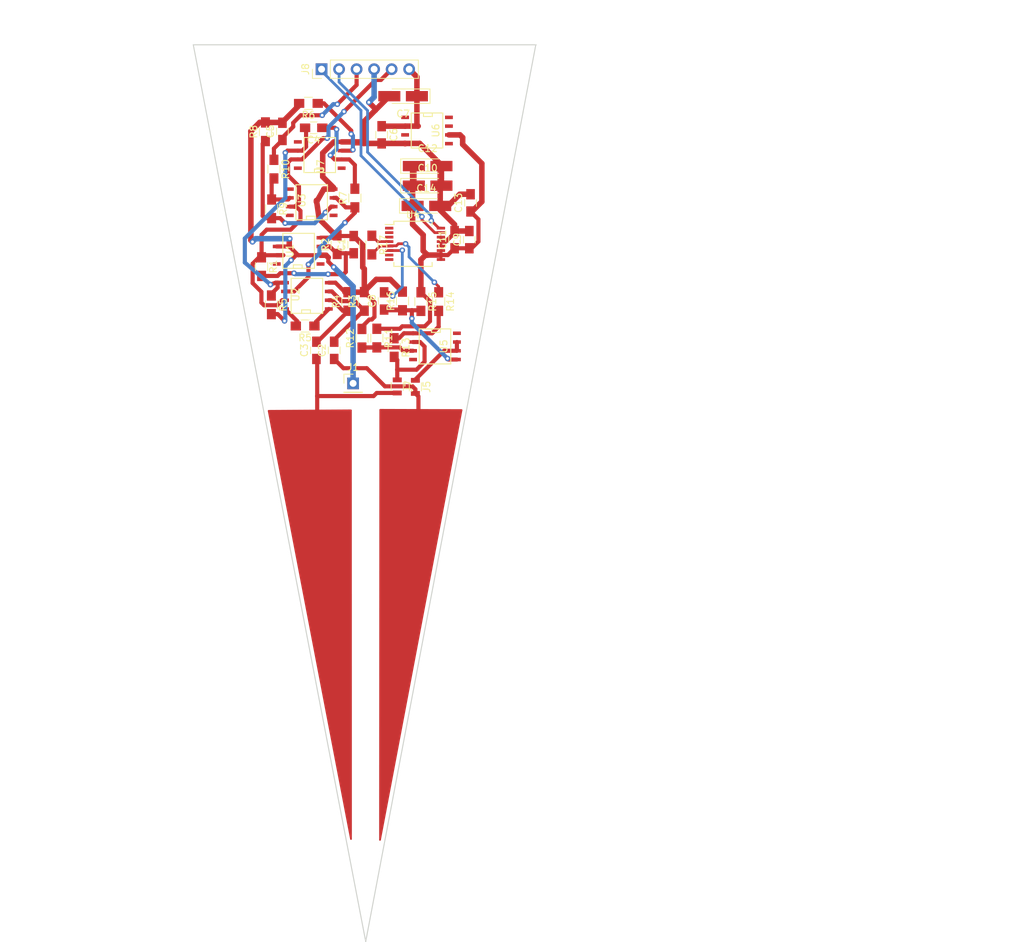
<source format=kicad_pcb>
(kicad_pcb (version 20170123) (host pcbnew no-vcs-found)
  (layers (0 F.Cu signal) (31 B.Cu signal) (34 B.Paste user) (35 F.Paste user) (36 B.SilkS user) (37 F.SilkS user) (38 B.Mask user) (39 F.Mask user) (44 Edge.Cuts user))
  (net 0 "")
  (net 1 "Net-(C1-Pad1)")
  (net 2 GND)
  (net 3 "Net-(C2-Pad2)")
  (net 4 "Net-(C3-Pad2)")
  (net 5 "Net-(C4-Pad2)")
  (net 6 "Net-(C4-Pad1)")
  (net 7 /620_OUT)
  (net 8 /AGND)
  (net 9 +5V)
  (net 10 "Net-(C8-Pad2)")
  (net 11 "Net-(C8-Pad1)")
  (net 12 VDD)
  (net 13 "Net-(J2-Pad1)")
  (net 14 "Net-(J3-Pad1)")
  (net 15 /5933_OUT)
  (net 16 /5933_IN)
  (net 17 /SDA)
  (net 18 /SCL)
  (net 19 VDDA)
  (net 20 "Net-(R5-Pad1)")
  (net 21 "Net-(R5-Pad2)")
  (net 22 "Net-(R6-Pad1)")
  (net 23 "Net-(R7-Pad1)")
  (net 24 "Net-(R8-Pad1)")
  (net 25 "Net-(R10-Pad2)")
  (net 26 "Net-(R11-Pad2)")
  (net 27 "Net-(R13-Pad1)")
  (net 28 "Net-(R14-Pad1)")
  (net 29 "Net-(R17-Pad1)")
  (net 30 "Net-(U4-Pad1)")
  (net 31 "Net-(U4-Pad2)")
  (net 32 "Net-(U4-Pad3)")
  (net 33 "Net-(U4-Pad7)")
  (net 34 "Net-(U4-Pad8)")
  (net 35 "Net-(U6-Pad8)")
  (net 36 "Net-(U6-Pad7)")
  (net 37 "Net-(U6-Pad5)")
  (net 38 "Net-(U6-Pad3)")
  (net 39 "Net-(U6-Pad1)")
  (net 40 "Net-(U1-Pad5)")
  (module Housings_SSOP:SSOP-16_5.3x6.2mm_Pitch0.65mm (layer F.Cu) (at 85.2678 51.4604)
    (fp_text reference U4 (at 0 -4.2) (layer F.SilkS))
    (fp_text value AD5933)
    (pad 1 smd rect (at -3.45 -2.275) (size 1.2 0.4) (layers F.Cu F.Paste F.Mask) (net 30 "Net-(U4-Pad1)"))
    (pad 2 smd rect (at -3.45 -1.625) (size 1.2 0.4) (layers F.Cu F.Paste F.Mask) (net 31 "Net-(U4-Pad2)"))
    (pad 3 smd rect (at -3.45 -0.975) (size 1.2 0.4) (layers F.Cu F.Paste F.Mask) (net 32 "Net-(U4-Pad3)"))
    (pad 4 smd rect (at -3.45 -0.325) (size 1.2 0.4) (layers F.Cu F.Paste F.Mask) (net 29 "Net-(R17-Pad1)"))
    (pad 5 smd rect (at -3.45 0.325) (size 1.2 0.4) (layers F.Cu F.Paste F.Mask) (net 28 "Net-(R14-Pad1)"))
    (pad 6 smd rect (at -3.45 0.975) (size 1.2 0.4) (layers F.Cu F.Paste F.Mask) (net 10 "Net-(C8-Pad2)"))
    (pad 7 smd rect (at -3.45 1.625) (size 1.2 0.4) (layers F.Cu F.Paste F.Mask) (net 33 "Net-(U4-Pad7)"))
    (pad 8 smd rect (at -3.45 2.275) (size 1.2 0.4) (layers F.Cu F.Paste F.Mask) (net 34 "Net-(U4-Pad8)"))
    (pad 9 smd rect (at 4.05 2.275) (size 1.2 0.4) (layers F.Cu F.Paste F.Mask) (net 12 VDD))
    (pad 10 smd rect (at 4.05 1.625) (size 1.2 0.4) (layers F.Cu F.Paste F.Mask) (net 12 VDD))
    (pad 11 smd rect (at 4.05 0.975) (size 1.2 0.4) (layers F.Cu F.Paste F.Mask) (net 12 VDD))
    (pad 12 smd rect (at 4.05 0.325) (size 1.2 0.4) (layers F.Cu F.Paste F.Mask) (net 2 GND))
    (pad 13 smd rect (at 4.05 -0.325) (size 1.2 0.4) (layers F.Cu F.Paste F.Mask) (net 2 GND))
    (pad 14 smd rect (at 4.05 -0.975) (size 1.2 0.4) (layers F.Cu F.Paste F.Mask) (net 2 GND))
    (pad 15 smd rect (at 4.05 -1.625) (size 1.2 0.4) (layers F.Cu F.Paste F.Mask) (net 17 /SDA))
    (pad 16 smd rect (at 4.05 -2.275) (size 1.2 0.4) (layers F.Cu F.Paste F.Mask) (net 18 /SCL))
  )
  (module Resistors_SMD:R_0805_HandSoldering (layer F.Cu) (at 64.7319 60.2996 270)
    (fp_text reference R5 (at 0 -1.7 270) (layer F.SilkS))
    (fp_text value JUMP)
    (pad 2 smd rect (at 1.35 0 270) (size 1.5 1.3) (layers F.Cu F.Paste F.Mask) (net 8 /AGND))
    (pad 1 smd rect (at -1.35 0 270) (size 1.5 1.3) (layers F.Cu F.Paste F.Mask) (net 5 "Net-(C4-Pad2)"))
  )
  (module Resistors_SMD:R_0805 (layer F.Cu) (at 85.6107 72.1995 270)
    (fp_text reference J5 (at 0 -1.65 270) (layer F.SilkS))
    (fp_text value GS2)
    (pad 2 smd rect (at 0.95 0 270) (size 0.7 1.3) (layers F.Cu F.Paste F.Mask) (net 13 "Net-(J2-Pad1)"))
    (pad 1 smd rect (at -0.95 0 270) (size 0.7 1.3) (layers F.Cu F.Paste F.Mask) (net 15 /5933_OUT))
  )
  (module Capacitors_SMD:C_0805_HandSoldering (layer F.Cu) (at 76.6699 51.5747 90)
    (fp_text reference C1 (at 0 -1.75 90) (layer F.SilkS))
    (fp_text value 100N)
    (pad 1 smd rect (at -1.25 0 90) (size 1.5 1.25) (layers F.Cu F.Paste F.Mask) (net 1 "Net-(C1-Pad1)"))
    (pad 2 smd rect (at 1.25 0 90) (size 1.5 1.25) (layers F.Cu F.Paste F.Mask) (net 2 GND))
  )
  (module Capacitors_SMD:C_0805_HandSoldering (layer F.Cu) (at 73.8378 66.9036 90)
    (fp_text reference C2 (at 0 -1.75 90) (layer F.SilkS))
    (fp_text value 10n)
    (pad 1 smd rect (at -1.25 0 90) (size 1.5 1.25) (layers F.Cu F.Paste F.Mask) (net 13 "Net-(J2-Pad1)"))
    (pad 2 smd rect (at 1.25 0 90) (size 1.5 1.25) (layers F.Cu F.Paste F.Mask) (net 4 "Net-(C3-Pad2)"))
  )
  (module Capacitors_SMD:C_0805_HandSoldering (layer F.Cu) (at 71.2597 66.9036 90)
    (fp_text reference C3 (at 0 -1.75 90) (layer F.SilkS))
    (fp_text value 10n)
    (pad 2 smd rect (at 1.25 0 90) (size 1.5 1.25) (layers F.Cu F.Paste F.Mask) (net 3 "Net-(C2-Pad2)"))
    (pad 1 smd rect (at -1.25 0 90) (size 1.5 1.25) (layers F.Cu F.Paste F.Mask) (net 14 "Net-(J3-Pad1)"))
  )
  (module Capacitors_SMD:C_0805_HandSoldering (layer F.Cu) (at 70.866 34.6329 180)
    (fp_text reference C4 (at 0 -1.75 180) (layer F.SilkS))
    (fp_text value 100N)
    (pad 2 smd rect (at 1.25 0 180) (size 1.5 1.25) (layers F.Cu F.Paste F.Mask) (net 5 "Net-(C4-Pad2)"))
    (pad 1 smd rect (at -1.25 0 180) (size 1.5 1.25) (layers F.Cu F.Paste F.Mask) (net 6 "Net-(C4-Pad1)"))
  )
  (module Capacitors_SMD:C_0805_HandSoldering (layer F.Cu) (at 66.3321 35.1536 90)
    (fp_text reference C5 (at 0 -1.75 90) (layer F.SilkS))
    (fp_text value 0.47uF)
    (pad 1 smd rect (at -1.25 0 90) (size 1.5 1.25) (layers F.Cu F.Paste F.Mask) (net 7 /620_OUT))
    (pad 2 smd rect (at 1.25 0 90) (size 1.5 1.25) (layers F.Cu F.Paste F.Mask) (net 8 /AGND))
  )
  (module Capacitors_SMD:C_0805_HandSoldering (layer F.Cu) (at 80.7212 35.6489 270)
    (fp_text reference C6 (at 0 -1.75 270) (layer F.SilkS))
    (fp_text value 100n)
    (pad 2 smd rect (at 1.25 0 270) (size 1.5 1.25) (layers F.Cu F.Paste F.Mask) (net 2 GND))
    (pad 1 smd rect (at -1.25 0 270) (size 1.5 1.25) (layers F.Cu F.Paste F.Mask) (net 9 +5V))
  )
  (module Capacitors_Tantalum_SMD:CP_Tantalum_Case-A_EIA-3216-18_Hand (layer F.Cu) (at 83.8327 30.0482 180)
    (fp_text reference C7 (at 0 -2.55 180) (layer F.SilkS))
    (fp_text value 1uF)
    (pad 2 smd rect (at 2 0 180) (size 3.2 1.5) (layers F.Cu F.Paste F.Mask) (net 2 GND))
    (pad 1 smd rect (at -2 0 180) (size 3.2 1.5) (layers F.Cu F.Paste F.Mask) (net 9 +5V))
  )
  (module Capacitors_SMD:C_0805_HandSoldering (layer F.Cu) (at 81.0768 59.7408 90)
    (fp_text reference C8 (at 0 -1.75 90) (layer F.SilkS))
    (fp_text value 47n)
    (pad 2 smd rect (at 1.25 0 90) (size 1.5 1.25) (layers F.Cu F.Paste F.Mask) (net 10 "Net-(C8-Pad2)"))
    (pad 1 smd rect (at -1.25 0 90) (size 1.5 1.25) (layers F.Cu F.Paste F.Mask) (net 11 "Net-(C8-Pad1)"))
  )
  (module Capacitors_SMD:C_0805_HandSoldering (layer F.Cu) (at 93.4339 50.8508 90)
    (fp_text reference C9 (at 0 -1.75 90) (layer F.SilkS))
    (fp_text value 100n)
    (pad 2 smd rect (at 1.25 0 90) (size 1.5 1.25) (layers F.Cu F.Paste F.Mask) (net 2 GND))
    (pad 1 smd rect (at -1.25 0 90) (size 1.5 1.25) (layers F.Cu F.Paste F.Mask) (net 12 VDD))
  )
  (module Capacitors_Tantalum_SMD:CP_Tantalum_Case-A_EIA-3216-18_Hand (layer F.Cu) (at 87.3887 43.0276)
    (fp_text reference C10 (at 0 -2.55) (layer F.SilkS))
    (fp_text value 1uF)
    (pad 1 smd rect (at -2 0) (size 3.2 1.5) (layers F.Cu F.Paste F.Mask) (net 12 VDD))
    (pad 2 smd rect (at 2 0) (size 3.2 1.5) (layers F.Cu F.Paste F.Mask) (net 2 GND))
  )
  (module Capacitors_SMD:C_0805_HandSoldering (layer F.Cu) (at 91.3003 50.8508 90)
    (fp_text reference C11 (at 0 -1.75 90) (layer F.SilkS))
    (fp_text value 100n)
    (pad 1 smd rect (at -1.25 0 90) (size 1.5 1.25) (layers F.Cu F.Paste F.Mask) (net 12 VDD))
    (pad 2 smd rect (at 1.25 0 90) (size 1.5 1.25) (layers F.Cu F.Paste F.Mask) (net 2 GND))
  )
  (module Capacitors_Tantalum_SMD:CP_Tantalum_Case-A_EIA-3216-18_Hand (layer F.Cu) (at 87.3887 40.1828)
    (fp_text reference C12 (at 0 -2.55) (layer F.SilkS))
    (fp_text value 1uF)
    (pad 2 smd rect (at 2 0) (size 3.2 1.5) (layers F.Cu F.Paste F.Mask) (net 2 GND))
    (pad 1 smd rect (at -2 0) (size 3.2 1.5) (layers F.Cu F.Paste F.Mask) (net 12 VDD))
  )
  (module Capacitors_SMD:C_0805_HandSoldering (layer F.Cu) (at 93.6117 45.5168 90)
    (fp_text reference C13 (at 0 -1.75 90) (layer F.SilkS))
    (fp_text value 100n)
    (pad 1 smd rect (at -1.25 0 90) (size 1.5 1.25) (layers F.Cu F.Paste F.Mask) (net 12 VDD))
    (pad 2 smd rect (at 1.25 0 90) (size 1.5 1.25) (layers F.Cu F.Paste F.Mask) (net 2 GND))
  )
  (module Capacitors_Tantalum_SMD:CP_Tantalum_Case-A_EIA-3216-18_Hand (layer F.Cu) (at 87.2109 45.9613)
    (fp_text reference C14 (at 0 -2.55) (layer F.SilkS))
    (fp_text value 1uF)
    (pad 1 smd rect (at -2 0) (size 3.2 1.5) (layers F.Cu F.Paste F.Mask) (net 12 VDD))
    (pad 2 smd rect (at 2 0) (size 3.2 1.5) (layers F.Cu F.Paste F.Mask) (net 2 GND))
  )
  (module Socket_Strips:Socket_Strip_Straight_1x01_Pitch2.54mm (layer F.Cu) (at 76.581 71.6915)
    (fp_text reference J1 (at 0 -2.33) (layer F.SilkS))
    (fp_text value Conn_01x01)
    (pad 1 thru_hole rect (at 0 0) (size 1.7 1.7) (drill 1) (layers *.Cu *.Mask) (net 8 /AGND))
  )
  (module Resistors_SMD:R_0805 (layer F.Cu) (at 82.9818 72.136 270)
    (fp_text reference J7 (at 0 -1.65 270) (layer F.SilkS))
    (fp_text value GS2)
    (pad 1 smd rect (at -0.95 0 270) (size 0.7 1.3) (layers F.Cu F.Paste F.Mask) (net 16 /5933_IN))
    (pad 2 smd rect (at 0.95 0 270) (size 0.7 1.3) (layers F.Cu F.Paste F.Mask) (net 14 "Net-(J3-Pad1)"))
  )
  (module Socket_Strips:Socket_Strip_Straight_1x06_Pitch2.54mm (layer F.Cu) (at 72.009 26.1366 90)
    (fp_text reference J8 (at 0 -2.33 90) (layer F.SilkS))
    (fp_text value Conn_01x06)
    (pad 1 thru_hole rect (at 0 0 90) (size 1.7 1.7) (drill 1) (layers *.Cu *.Mask) (net 17 /SDA))
    (pad 2 thru_hole oval (at 0 2.54 90) (size 1.7 1.7) (drill 1) (layers *.Cu *.Mask) (net 18 /SCL))
    (pad 3 thru_hole oval (at 0 5.08 90) (size 1.7 1.7) (drill 1) (layers *.Cu *.Mask) (net 7 /620_OUT))
    (pad 4 thru_hole oval (at 0 7.62 90) (size 1.7 1.7) (drill 1) (layers *.Cu *.Mask) (net 2 GND))
    (pad 5 thru_hole oval (at 0 10.16 90) (size 1.7 1.7) (drill 1) (layers *.Cu *.Mask) (net 19 VDDA))
    (pad 6 thru_hole oval (at 0 12.7 90) (size 1.7 1.7) (drill 1) (layers *.Cu *.Mask) (net 9 +5V))
  )
  (module Resistors_SMD:R_0805_HandSoldering (layer F.Cu) (at 63.3095 54.7624 270)
    (fp_text reference R1 (at 0 -1.7 270) (layer F.SilkS))
    (fp_text value 10K)
    (pad 1 smd rect (at -1.35 0 270) (size 1.5 1.3) (layers F.Cu F.Paste F.Mask) (net 19 VDDA))
    (pad 2 smd rect (at 1.35 0 270) (size 1.5 1.3) (layers F.Cu F.Paste F.Mask) (net 1 "Net-(C1-Pad1)"))
  )
  (module Resistors_SMD:R_0805_HandSoldering (layer F.Cu) (at 74.2696 51.5747 90)
    (fp_text reference R2 (at 0 -1.7 90) (layer F.SilkS))
    (fp_text value 10K)
    (pad 1 smd rect (at -1.35 0 90) (size 1.5 1.3) (layers F.Cu F.Paste F.Mask) (net 1 "Net-(C1-Pad1)"))
    (pad 2 smd rect (at 1.35 0 90) (size 1.5 1.3) (layers F.Cu F.Paste F.Mask) (net 2 GND))
  )
  (module Resistors_SMD:R_0805_HandSoldering (layer F.Cu) (at 78.2066 59.8043 90)
    (fp_text reference R3 (at 0 -1.7 90) (layer F.SilkS))
    (fp_text value 10M)
    (pad 2 smd rect (at 1.35 0 90) (size 1.5 1.3) (layers F.Cu F.Paste F.Mask) (net 2 GND))
    (pad 1 smd rect (at -1.35 0 90) (size 1.5 1.3) (layers F.Cu F.Paste F.Mask) (net 4 "Net-(C3-Pad2)"))
  )
  (module Resistors_SMD:R_0805_HandSoldering (layer F.Cu) (at 75.819 59.817 90)
    (fp_text reference R4 (at 0 -1.7 90) (layer F.SilkS))
    (fp_text value 10M)
    (pad 1 smd rect (at -1.35 0 90) (size 1.5 1.3) (layers F.Cu F.Paste F.Mask) (net 3 "Net-(C2-Pad2)"))
    (pad 2 smd rect (at 1.35 0 90) (size 1.5 1.3) (layers F.Cu F.Paste F.Mask) (net 2 GND))
  )
  (module Resistors_SMD:R_0805_HandSoldering (layer F.Cu) (at 69.6214 63.373 180)
    (fp_text reference R5 (at 0 -1.7 180) (layer F.SilkS))
    (fp_text value 1K)
    (pad 1 smd rect (at -1.35 0 180) (size 1.5 1.3) (layers F.Cu F.Paste F.Mask) (net 20 "Net-(R5-Pad1)"))
    (pad 2 smd rect (at 1.35 0 180) (size 1.5 1.3) (layers F.Cu F.Paste F.Mask) (net 21 "Net-(R5-Pad2)"))
  )
  (module Resistors_SMD:R_0805_HandSoldering (layer F.Cu) (at 70.104 31.0896 180)
    (fp_text reference R6 (at 0 -1.7 180) (layer F.SilkS))
    (fp_text value 200K)
    (pad 2 smd rect (at 1.35 0 180) (size 1.5 1.3) (layers F.Cu F.Paste F.Mask) (net 8 /AGND))
    (pad 1 smd rect (at -1.35 0 180) (size 1.5 1.3) (layers F.Cu F.Paste F.Mask) (net 22 "Net-(R6-Pad1)"))
  )
  (module Resistors_SMD:R_0805_HandSoldering (layer F.Cu) (at 76.835 44.8183 90)
    (fp_text reference R7 (at 0 -1.7 90) (layer F.SilkS))
    (fp_text value 200K)
    (pad 1 smd rect (at -1.35 0 90) (size 1.5 1.3) (layers F.Cu F.Paste F.Mask) (net 23 "Net-(R7-Pad1)"))
    (pad 2 smd rect (at 1.35 0 90) (size 1.5 1.3) (layers F.Cu F.Paste F.Mask) (net 6 "Net-(C4-Pad1)"))
  )
  (module Resistors_SMD:R_0805_HandSoldering (layer F.Cu) (at 63.8683 35.2044 90)
    (fp_text reference R8 (at 0 -1.7 90) (layer F.SilkS))
    (fp_text value 1K)
    (pad 1 smd rect (at -1.35 0 90) (size 1.5 1.3) (layers F.Cu F.Paste F.Mask) (net 24 "Net-(R8-Pad1)"))
    (pad 2 smd rect (at 1.35 0 90) (size 1.5 1.3) (layers F.Cu F.Paste F.Mask) (net 8 /AGND))
  )
  (module Resistors_SMD:R_0805_HandSoldering (layer F.Cu) (at 64.77 46.3804 270)
    (fp_text reference R9 (at 0 -1.7 270) (layer F.SilkS))
    (fp_text value 390K)
    (pad 2 smd rect (at 1.35 0 270) (size 1.5 1.3) (layers F.Cu F.Paste F.Mask) (net 24 "Net-(R8-Pad1)"))
    (pad 1 smd rect (at -1.35 0 270) (size 1.5 1.3) (layers F.Cu F.Paste F.Mask) (net 25 "Net-(R10-Pad2)"))
  )
  (module Resistors_SMD:R_0805_HandSoldering (layer F.Cu) (at 65.1002 40.6273 270)
    (fp_text reference R10 (at 0 -1.7 270) (layer F.SilkS))
    (fp_text value 10K)
    (pad 2 smd rect (at 1.35 0 270) (size 1.5 1.3) (layers F.Cu F.Paste F.Mask) (net 25 "Net-(R10-Pad2)"))
    (pad 1 smd rect (at -1.35 0 270) (size 1.5 1.3) (layers F.Cu F.Paste F.Mask) (net 7 /620_OUT))
  )
  (module Resistors_SMD:R_0805_HandSoldering (layer F.Cu) (at 80.0227 65.1256 270)
    (fp_text reference R11 (at 0 -1.7 270) (layer F.SilkS))
    (fp_text value 47K)
    (pad 2 smd rect (at 1.35 0 270) (size 1.5 1.3) (layers F.Cu F.Paste F.Mask) (net 26 "Net-(R11-Pad2)"))
    (pad 1 smd rect (at -1.35 0 270) (size 1.5 1.3) (layers F.Cu F.Paste F.Mask) (net 12 VDD))
  )
  (module Resistors_SMD:R_0805_HandSoldering (layer F.Cu) (at 77.8637 65.151 90)
    (fp_text reference R12 (at 0 -1.7 90) (layer F.SilkS))
    (fp_text value 47K)
    (pad 1 smd rect (at -1.35 0 90) (size 1.5 1.3) (layers F.Cu F.Paste F.Mask) (net 26 "Net-(R11-Pad2)"))
    (pad 2 smd rect (at 1.35 0 90) (size 1.5 1.3) (layers F.Cu F.Paste F.Mask) (net 2 GND))
  )
  (module Resistors_SMD:R_0805_HandSoldering (layer F.Cu) (at 82.5373 66.4972 270)
    (fp_text reference R13 (at 0 -1.7 270) (layer F.SilkS))
    (fp_text value RFB)
    (pad 1 smd rect (at -1.35 0 270) (size 1.5 1.3) (layers F.Cu F.Paste F.Mask) (net 27 "Net-(R13-Pad1)"))
    (pad 2 smd rect (at 1.35 0 270) (size 1.5 1.3) (layers F.Cu F.Paste F.Mask) (net 16 /5933_IN))
  )
  (module Resistors_SMD:R_0805_HandSoldering (layer F.Cu) (at 88.9889 59.8297 270)
    (fp_text reference R14 (at 0 -1.7 270) (layer F.SilkS))
    (fp_text value 22K)
    (pad 2 smd rect (at 1.35 0 270) (size 1.5 1.3) (layers F.Cu F.Paste F.Mask) (net 27 "Net-(R13-Pad1)"))
    (pad 1 smd rect (at -1.35 0 270) (size 1.5 1.3) (layers F.Cu F.Paste F.Mask) (net 28 "Net-(R14-Pad1)"))
  )
  (module Resistors_SMD:R_0805_HandSoldering (layer F.Cu) (at 86.4108 59.8297 270)
    (fp_text reference R15 (at 0 -1.7 270) (layer F.SilkS))
    (fp_text value 47K)
    (pad 1 smd rect (at -1.35 0 270) (size 1.5 1.3) (layers F.Cu F.Paste F.Mask) (net 12 VDD))
    (pad 2 smd rect (at 1.35 0 270) (size 1.5 1.3) (layers F.Cu F.Paste F.Mask) (net 11 "Net-(C8-Pad1)"))
  )
  (module Resistors_SMD:R_0805_HandSoldering (layer F.Cu) (at 83.7438 59.7408 90)
    (fp_text reference R16 (at 0 -1.7 90) (layer F.SilkS))
    (fp_text value 47K)
    (pad 2 smd rect (at 1.35 0 90) (size 1.5 1.3) (layers F.Cu F.Paste F.Mask) (net 2 GND))
    (pad 1 smd rect (at -1.35 0 90) (size 1.5 1.3) (layers F.Cu F.Paste F.Mask) (net 11 "Net-(C8-Pad1)"))
  )
  (module Resistors_SMD:R_0805_HandSoldering (layer F.Cu) (at 79.2988 51.6382 270)
    (fp_text reference R17 (at 0 -1.7 270) (layer F.SilkS))
    (fp_text value RFB)
    (pad 2 smd rect (at 1.35 0 270) (size 1.5 1.3) (layers F.Cu F.Paste F.Mask) (net 28 "Net-(R14-Pad1)"))
    (pad 1 smd rect (at -1.35 0 270) (size 1.5 1.3) (layers F.Cu F.Paste F.Mask) (net 29 "Net-(R17-Pad1)"))
  )
  (module SMD_Packages:SOIC-8-N (layer F.Cu) (at 68.6816 52.4764 90)
    (fp_text reference U1 (at 0 -1.27 90) (layer F.SilkS))
    (fp_text value OP27)
    (pad 1 smd rect (at -1.905 3.175 90) (size 0.508 1.143) (layers F.Cu F.Paste F.Mask))
    (pad 2 smd rect (at -0.635 3.175 90) (size 0.508 1.143) (layers F.Cu F.Paste F.Mask) (net 8 /AGND))
    (pad 3 smd rect (at 0.635 3.175 90) (size 0.508 1.143) (layers F.Cu F.Paste F.Mask) (net 1 "Net-(C1-Pad1)"))
    (pad 4 smd rect (at 1.905 3.175 90) (size 0.508 1.143) (layers F.Cu F.Paste F.Mask) (net 2 GND))
    (pad 5 smd rect (at 1.905 -3.175 90) (size 0.508 1.143) (layers F.Cu F.Paste F.Mask) (net 40 "Net-(U1-Pad5)"))
    (pad 6 smd rect (at 0.635 -3.175 90) (size 0.508 1.143) (layers F.Cu F.Paste F.Mask) (net 8 /AGND))
    (pad 7 smd rect (at -0.635 -3.175 90) (size 0.508 1.143) (layers F.Cu F.Paste F.Mask) (net 19 VDDA))
    (pad 8 smd rect (at -1.905 -3.175 90) (size 0.508 1.143) (layers F.Cu F.Paste F.Mask))
  )
  (module SMD_Packages:SOIC-8-N (layer F.Cu) (at 69.88175 58.99785 90)
    (fp_text reference U2 (at 0.1778 -1.6002 90) (layer F.SilkS))
    (fp_text value AD620)
    (pad 8 smd rect (at -1.905 -3.175 90) (size 0.508 1.143) (layers F.Cu F.Paste F.Mask) (net 21 "Net-(R5-Pad2)"))
    (pad 7 smd rect (at -0.635 -3.175 90) (size 0.508 1.143) (layers F.Cu F.Paste F.Mask) (net 19 VDDA))
    (pad 6 smd rect (at 0.635 -3.175 90) (size 0.508 1.143) (layers F.Cu F.Paste F.Mask) (net 23 "Net-(R7-Pad1)"))
    (pad 5 smd rect (at 1.905 -3.175 90) (size 0.508 1.143) (layers F.Cu F.Paste F.Mask) (net 5 "Net-(C4-Pad2)"))
    (pad 4 smd rect (at 1.905 3.175 90) (size 0.508 1.143) (layers F.Cu F.Paste F.Mask) (net 2 GND))
    (pad 3 smd rect (at 0.635 3.175 90) (size 0.508 1.143) (layers F.Cu F.Paste F.Mask) (net 4 "Net-(C3-Pad2)"))
    (pad 2 smd rect (at -0.635 3.175 90) (size 0.508 1.143) (layers F.Cu F.Paste F.Mask) (net 3 "Net-(C2-Pad2)"))
    (pad 1 smd rect (at -1.905 3.175 90) (size 0.508 1.143) (layers F.Cu F.Paste F.Mask) (net 20 "Net-(R5-Pad1)"))
  )
  (module SMD_Packages:SOIC-8-N (layer F.Cu) (at 70.5739 45.4279 90)
    (fp_text reference U3 (at 0.264099 -1.4235 90) (layer F.SilkS))
    (fp_text value OP27)
    (pad 8 smd rect (at -1.905 -3.175 90) (size 0.508 1.143) (layers F.Cu F.Paste F.Mask))
    (pad 7 smd rect (at -0.635 -3.175 90) (size 0.508 1.143) (layers F.Cu F.Paste F.Mask) (net 19 VDDA))
    (pad 6 smd rect (at 0.635 -3.175 90) (size 0.508 1.143) (layers F.Cu F.Paste F.Mask) (net 25 "Net-(R10-Pad2)"))
    (pad 5 smd rect (at 1.905 -3.175 90) (size 0.508 1.143) (layers F.Cu F.Paste F.Mask))
    (pad 4 smd rect (at 1.905 3.175 90) (size 0.508 1.143) (layers F.Cu F.Paste F.Mask) (net 2 GND))
    (pad 3 smd rect (at 0.635 3.175 90) (size 0.508 1.143) (layers F.Cu F.Paste F.Mask) (net 23 "Net-(R7-Pad1)"))
    (pad 2 smd rect (at -0.635 3.175 90) (size 0.508 1.143) (layers F.Cu F.Paste F.Mask) (net 24 "Net-(R8-Pad1)"))
    (pad 1 smd rect (at -1.905 3.175 90) (size 0.508 1.143) (layers F.Cu F.Paste F.Mask))
  )
  (module SMD_Packages:SOIC-8-N (layer F.Cu) (at 88.4555 66.3321 270)
    (fp_text reference U5 (at 0 -1.27 270) (layer F.SilkS))
    (fp_text value AD8606)
    (pad 1 smd rect (at -1.905 3.175 270) (size 0.508 1.143) (layers F.Cu F.Paste F.Mask) (net 27 "Net-(R13-Pad1)"))
    (pad 2 smd rect (at -0.635 3.175 270) (size 0.508 1.143) (layers F.Cu F.Paste F.Mask) (net 16 /5933_IN))
    (pad 3 smd rect (at 0.635 3.175 270) (size 0.508 1.143) (layers F.Cu F.Paste F.Mask) (net 26 "Net-(R11-Pad2)"))
    (pad 4 smd rect (at 1.905 3.175 270) (size 0.508 1.143) (layers F.Cu F.Paste F.Mask))
    (pad 5 smd rect (at 1.905 -3.175 270) (size 0.508 1.143) (layers F.Cu F.Paste F.Mask) (net 11 "Net-(C8-Pad1)"))
    (pad 6 smd rect (at 0.635 -3.175 270) (size 0.508 1.143) (layers F.Cu F.Paste F.Mask) (net 15 /5933_OUT))
    (pad 7 smd rect (at -0.635 -3.175 270) (size 0.508 1.143) (layers F.Cu F.Paste F.Mask) (net 15 /5933_OUT))
    (pad 8 smd rect (at -1.905 -3.175 270) (size 0.508 1.143) (layers F.Cu F.Paste F.Mask))
  )
  (module SMD_Packages:SOIC-8-N (layer F.Cu) (at 87.2998 35.0266 270)
    (fp_text reference U6 (at 0 -1.27 270) (layer F.SilkS))
    (fp_text value ADR423)
    (pad 8 smd rect (at -1.905 -3.175 270) (size 0.508 1.143) (layers F.Cu F.Paste F.Mask) (net 35 "Net-(U6-Pad8)"))
    (pad 7 smd rect (at -0.635 -3.175 270) (size 0.508 1.143) (layers F.Cu F.Paste F.Mask) (net 36 "Net-(U6-Pad7)"))
    (pad 6 smd rect (at 0.635 -3.175 270) (size 0.508 1.143) (layers F.Cu F.Paste F.Mask) (net 12 VDD))
    (pad 5 smd rect (at 1.905 -3.175 270) (size 0.508 1.143) (layers F.Cu F.Paste F.Mask) (net 37 "Net-(U6-Pad5)"))
    (pad 4 smd rect (at 1.905 3.175 270) (size 0.508 1.143) (layers F.Cu F.Paste F.Mask) (net 2 GND))
    (pad 3 smd rect (at 0.635 3.175 270) (size 0.508 1.143) (layers F.Cu F.Paste F.Mask) (net 38 "Net-(U6-Pad3)"))
    (pad 2 smd rect (at -0.635 3.175 270) (size 0.508 1.143) (layers F.Cu F.Paste F.Mask) (net 9 +5V))
    (pad 1 smd rect (at -1.905 3.175 270) (size 0.508 1.143) (layers F.Cu F.Paste F.Mask) (net 39 "Net-(U6-Pad1)"))
  )
  (module SMD_Packages:SOIC-8-N (layer F.Cu) (at 71.7423 38.5826 90)
    (fp_text reference U7 (at -1.651 0.127 90) (layer F.SilkS))
    (fp_text value OP27)
    (pad 8 smd rect (at -1.905 -3.175 90) (size 0.508 1.143) (layers F.Cu F.Paste F.Mask))
    (pad 7 smd rect (at -0.635 -3.175 90) (size 0.508 1.143) (layers F.Cu F.Paste F.Mask) (net 19 VDDA))
    (pad 6 smd rect (at 0.635 -3.175 90) (size 0.508 1.143) (layers F.Cu F.Paste F.Mask) (net 5 "Net-(C4-Pad2)"))
    (pad 5 smd rect (at 1.905 -3.175 90) (size 0.508 1.143) (layers F.Cu F.Paste F.Mask))
    (pad 4 smd rect (at 1.905 3.175 90) (size 0.508 1.143) (layers F.Cu F.Paste F.Mask) (net 2 GND))
    (pad 3 smd rect (at 0.635 3.175 90) (size 0.508 1.143) (layers F.Cu F.Paste F.Mask) (net 22 "Net-(R6-Pad1)"))
    (pad 2 smd rect (at -0.635 3.175 90) (size 0.508 1.143) (layers F.Cu F.Paste F.Mask) (net 6 "Net-(C4-Pad1)"))
    (pad 1 smd rect (at -1.905 3.175 90) (size 0.508 1.143) (layers F.Cu F.Paste F.Mask))
  )
  (module earthboot:test_prima (layer F.Cu) (at 78.2574 108.2675)
    (fp_text reference G*** hide)
    (fp_text value LOGO hide)
  )
  (gr_line (start 78.4098 152.6286) (end 53.4035 22.5806) (angle 90) (layer Edge.Cuts) (width 0.15))
  (gr_line (start 103.0732 22.606) (end 78.4098 152.6286) (angle 90) (layer Edge.Cuts) (width 0.15))
  (gr_line (start 53.5178 22.5933) (end 103.124 22.5933) (angle 90) (layer Edge.Cuts) (width 0.15))
  (segment (start 63.3095 56.1124) (end 65.6298 56.1124) (width 0.6) (layer F.Cu) (net 1))
  (segment (start 75.5269 55.5371) (end 75.5269 52.8247) (width 0.6) (layer F.Cu) (net 1))
  (segment (start 75.2094 55.8546) (end 75.5269 55.5371) (width 0.6) (layer F.Cu) (net 1))
  (segment (start 72.9488 55.8546) (end 75.2094 55.8546) (width 0.6) (layer F.Cu) (net 1))
  (via (at 72.9488 55.8546) (size 0.8) (drill 0.4) (layers F.Cu B.Cu) (net 1))
  (segment (start 68.1482 55.8546) (end 72.9488 55.8546) (width 0.6) (layer B.Cu) (net 1))
  (segment (start 68.0085 55.7149) (end 68.1482 55.8546) (width 0.6) (layer B.Cu) (net 1))
  (via (at 68.0085 55.7149) (size 0.8) (drill 0.4) (layers F.Cu B.Cu) (net 1))
  (segment (start 66.0273 55.7149) (end 68.0085 55.7149) (width 0.6) (layer F.Cu) (net 1))
  (segment (start 65.6298 56.1124) (end 66.0273 55.7149) (width 0.6) (layer F.Cu) (net 1))
  (segment (start 71.8566 51.8414) (end 73.1863 51.8414) (width 0.6) (layer F.Cu) (net 1))
  (segment (start 73.1863 51.8414) (end 74.1696 52.8247) (width 0.6) (layer F.Cu) (net 1))
  (segment (start 74.1696 52.8247) (end 75.5269 52.8247) (width 0.6) (layer F.Cu) (net 1))
  (segment (start 75.5269 52.8247) (end 76.6699 52.8247) (width 0.6) (layer F.Cu) (net 1))
  (segment (start 89.3178 50.4854) (end 89.3178 51.1354) (width 0.4) (layer F.Cu) (net 2))
  (segment (start 89.3178 50.4854) (end 89.3178 51.7854) (width 0.4) (layer F.Cu) (net 2))
  (segment (start 89.3178 51.1354) (end 90.0251 51.1354) (width 0.6) (layer F.Cu) (net 2))
  (segment (start 90.0251 51.1354) (end 91.3003 49.8602) (width 0.6) (layer F.Cu) (net 2))
  (segment (start 91.3003 49.8602) (end 91.3003 49.6008) (width 0.6) (layer F.Cu) (net 2))
  (segment (start 80.7212 36.8989) (end 84.0921 36.8989) (width 0.8) (layer F.Cu) (net 2))
  (segment (start 89.3887 40.0492) (end 86.2384 36.8989) (width 0.8) (layer F.Cu) (net 2))
  (segment (start 86.2384 36.8989) (end 84.0921 36.8989) (width 0.8) (layer F.Cu) (net 2))
  (segment (start 84.0921 36.8989) (end 84.1248 36.9316) (width 0.8) (layer F.Cu) (net 2))
  (segment (start 84.0921 36.8989) (end 84.1248 36.9316) (width 0.8) (layer F.Cu) (net 2))
  (segment (start 91.2676 49.6008) (end 91.3003 49.6008) (width 0.8) (layer F.Cu) (net 2))
  (segment (start 74.9173 36.6776) (end 77.8837 36.6776) (width 0.8) (layer F.Cu) (net 2))
  (segment (start 77.8837 36.6776) (end 78.105 36.8989) (width 0.8) (layer F.Cu) (net 2))
  (segment (start 78.105 36.8989) (end 80.7212 36.8989) (width 0.8) (layer F.Cu) (net 2))
  (segment (start 78.2066 58.4543) (end 78.2066 55.0926) (width 0.8) (layer F.Cu) (net 2))
  (segment (start 77.978 51.6328) (end 76.6699 50.3247) (width 0.8) (layer F.Cu) (net 2))
  (segment (start 77.978 54.864) (end 77.978 51.6328) (width 0.8) (layer F.Cu) (net 2))
  (segment (start 78.2066 55.0926) (end 77.978 54.864) (width 0.8) (layer F.Cu) (net 2))
  (segment (start 79.629 26.1366) (end 79.629 30.1752) (width 0.8) (layer B.Cu) (net 2))
  (segment (start 79.79105 31.86125) (end 79.79105 32.08985) (width 0.8) (layer F.Cu) (net 2))
  (segment (start 78.867 30.9372) (end 79.79105 31.86125) (width 0.8) (layer F.Cu) (net 2))
  (via (at 78.867 30.9372) (size 0.8) (drill 0.4) (layers F.Cu B.Cu) (net 2))
  (segment (start 79.629 30.1752) (end 78.867 30.9372) (width 0.8) (layer B.Cu) (net 2))
  (segment (start 89.3887 43.0276) (end 89.3887 40.1828) (width 0.8) (layer F.Cu) (net 2))
  (segment (start 78.105 36.8989) (end 78.105 33.7759) (width 0.8) (layer F.Cu) (net 2))
  (segment (start 78.105 33.7759) (end 79.79105 32.08985) (width 0.8) (layer F.Cu) (net 2))
  (segment (start 79.79105 32.08985) (end 81.8327 30.0482) (width 0.8) (layer F.Cu) (net 2))
  (segment (start 89.3887 40.1828) (end 89.3887 40.0492) (width 0.8) (layer F.Cu) (net 2))
  (segment (start 89.2109 45.9613) (end 89.2109 40.3606) (width 0.8) (layer F.Cu) (net 2))
  (segment (start 89.2109 40.3606) (end 89.3887 40.1828) (width 0.6) (layer F.Cu) (net 2))
  (segment (start 89.2109 45.9613) (end 90.3605 45.9613) (width 0.6) (layer F.Cu) (net 2))
  (segment (start 90.3605 45.9613) (end 92.055 44.2668) (width 0.8) (layer F.Cu) (net 2))
  (segment (start 92.055 44.2668) (end 93.6117 44.2668) (width 0.8) (layer F.Cu) (net 2))
  (segment (start 91.3003 49.6008) (end 91.3003 48.6664) (width 0.6) (layer F.Cu) (net 2))
  (segment (start 91.3003 48.6664) (end 89.2109 46.577) (width 0.8) (layer F.Cu) (net 2))
  (segment (start 89.2109 46.577) (end 89.2109 45.9613) (width 0.6) (layer F.Cu) (net 2))
  (segment (start 78.2066 58.4543) (end 78.2066 58.3438) (width 0.8) (layer F.Cu) (net 2))
  (segment (start 78.2066 58.3438) (end 79.9338 56.6166) (width 0.8) (layer F.Cu) (net 2))
  (segment (start 81.9696 56.6166) (end 83.7438 58.3908) (width 0.8) (layer F.Cu) (net 2))
  (segment (start 79.9338 56.6166) (end 81.9696 56.6166) (width 0.8) (layer F.Cu) (net 2))
  (segment (start 91.3003 49.6008) (end 93.4339 49.6008) (width 0.8) (layer F.Cu) (net 2))
  (segment (start 77.8637 63.801) (end 77.8637 63.5) (width 0.6) (layer F.Cu) (net 2))
  (segment (start 77.8637 63.5) (end 78.9305 62.4332) (width 0.6) (layer F.Cu) (net 2))
  (segment (start 78.9305 62.4332) (end 79.2988 62.4332) (width 0.6) (layer F.Cu) (net 2))
  (segment (start 79.2988 62.4332) (end 79.6798 62.0522) (width 0.6) (layer F.Cu) (net 2))
  (segment (start 79.6798 62.0522) (end 79.6798 59.9275) (width 0.6) (layer F.Cu) (net 2))
  (segment (start 79.6798 59.9275) (end 78.2066 58.4543) (width 0.6) (layer F.Cu) (net 2))
  (segment (start 73.787 36.6776) (end 74.9173 36.6776) (width 0.6) (layer F.Cu) (net 2))
  (segment (start 73.787 36.6776) (end 76.5429 36.6776) (width 0.6) (layer F.Cu) (net 2))
  (segment (start 76.7642 36.8989) (end 76.5429 36.6776) (width 0.6) (layer F.Cu) (net 2))
  (segment (start 78.105 36.8989) (end 76.7642 36.8989) (width 0.6) (layer F.Cu) (net 2))
  (segment (start 80.7212 36.8989) (end 78.105 36.8989) (width 0.6) (layer F.Cu) (net 2))
  (segment (start 72.1741 41.7322) (end 73.7489 43.307) (width 0.8) (layer F.Cu) (net 2))
  (segment (start 73.787 36.6776) (end 72.1741 38.2905) (width 0.8) (layer F.Cu) (net 2))
  (segment (start 72.1741 38.2905) (end 72.1741 41.7322) (width 0.8) (layer F.Cu) (net 2))
  (segment (start 73.7489 43.307) (end 73.7489 43.5229) (width 0.6) (layer F.Cu) (net 2))
  (segment (start 80.4999 36.6776) (end 80.7212 36.8989) (width 0.6) (layer F.Cu) (net 2))
  (segment (start 74.2696 50.2247) (end 74.0372 50.2247) (width 0.6) (layer F.Cu) (net 2))
  (segment (start 74.0372 50.2247) (end 71.6661 47.8536) (width 0.8) (layer F.Cu) (net 2))
  (segment (start 72.3392 43.5229) (end 73.7489 43.5229) (width 0.8) (layer F.Cu) (net 2))
  (segment (start 71.2724 45.38345) (end 72.3392 43.5229) (width 0.8) (layer F.Cu) (net 2))
  (segment (start 71.2724 45.1739) (end 71.2724 45.38345) (width 0.8) (layer F.Cu) (net 2))
  (segment (start 71.6661 47.8536) (end 71.2724 45.1739) (width 0.8) (layer F.Cu) (net 2))
  (segment (start 71.8566 50.5714) (end 73.9229 50.5714) (width 0.6) (layer F.Cu) (net 2))
  (segment (start 73.9229 50.5714) (end 74.1696 50.3247) (width 0.6) (layer F.Cu) (net 2))
  (segment (start 74.1696 50.3247) (end 76.6699 50.3247) (width 0.6) (layer F.Cu) (net 2))
  (segment (start 73.05675 57.09285) (end 74.02195 57.09285) (width 0.6) (layer F.Cu) (net 2))
  (segment (start 74.02195 57.09285) (end 75.3961 58.467) (width 0.6) (layer F.Cu) (net 2))
  (segment (start 75.3961 58.467) (end 78.1939 58.467) (width 0.8) (layer F.Cu) (net 2))
  (segment (start 78.1939 58.467) (end 78.2066 58.4543) (width 0.6) (layer F.Cu) (net 2))
  (segment (start 71.2597 65.6536) (end 71.4175 65.6536) (width 0.6) (layer F.Cu) (net 3))
  (segment (start 71.4175 65.6536) (end 75.819 61.2521) (width 0.6) (layer F.Cu) (net 3))
  (segment (start 75.819 61.2521) (end 75.819 61.167) (width 0.6) (layer F.Cu) (net 3))
  (segment (start 75.819 61.167) (end 75.0989 61.167) (width 0.6) (layer F.Cu) (net 3))
  (segment (start 75.0989 61.167) (end 73.56475 59.63285) (width 0.6) (layer F.Cu) (net 3))
  (segment (start 73.56475 59.63285) (end 73.05675 59.63285) (width 0.6) (layer F.Cu) (net 3))
  (segment (start 71.2597 65.6536) (end 71.5064 65.6536) (width 0.6) (layer F.Cu) (net 3))
  (segment (start 71.2597 65.6536) (end 71.2597 65.4812) (width 0.6) (layer F.Cu) (net 3))
  (segment (start 73.05675 58.36285) (end 73.50125 58.36285) (width 0.6) (layer F.Cu) (net 4))
  (segment (start 73.50125 58.36285) (end 74.9046 59.7662) (width 0.6) (layer F.Cu) (net 4))
  (segment (start 74.9046 59.7662) (end 76.8185 59.7662) (width 0.6) (layer F.Cu) (net 4))
  (segment (start 76.8185 59.7662) (end 78.2066 61.1543) (width 0.6) (layer F.Cu) (net 4))
  (segment (start 73.8378 65.6536) (end 73.8378 65.3923) (width 0.6) (layer F.Cu) (net 4))
  (segment (start 73.8378 65.3923) (end 78.0758 61.1543) (width 0.6) (layer F.Cu) (net 4))
  (segment (start 78.0758 61.1543) (end 78.2066 61.1543) (width 0.6) (layer F.Cu) (net 4))
  (segment (start 73.8378 65.6536) (end 73.9448 65.6536) (width 0.6) (layer F.Cu) (net 4))
  (segment (start 64.7319 58.9496) (end 64.7319 58.7121) (width 0.6) (layer F.Cu) (net 5))
  (segment (start 64.7319 58.7121) (end 65.6336 57.8104) (width 0.6) (layer F.Cu) (net 5))
  (segment (start 65.6336 57.8104) (end 65.6336 57.09285) (width 0.6) (layer F.Cu) (net 5))
  (segment (start 66.70675 57.09285) (end 65.6336 57.09285) (width 0.6) (layer F.Cu) (net 5))
  (segment (start 65.6336 57.09285) (end 65.36055 57.09285) (width 0.6) (layer F.Cu) (net 5))
  (segment (start 67.056 37.9476) (end 68.5673 37.9476) (width 0.6) (layer F.Cu) (net 5))
  (segment (start 66.7512 38.2524) (end 67.056 37.9476) (width 0.6) (layer F.Cu) (net 5))
  (via (at 66.7512 38.2524) (size 0.8) (drill 0.4) (layers F.Cu B.Cu) (net 5))
  (segment (start 66.7512 44.8056) (end 66.7512 38.2524) (width 0.6) (layer B.Cu) (net 5))
  (segment (start 60.8838 50.673) (end 66.7512 44.8056) (width 0.6) (layer B.Cu) (net 5))
  (segment (start 60.8838 54.1782) (end 60.8838 50.673) (width 0.6) (layer B.Cu) (net 5))
  (segment (start 64.5922 57.3659) (end 60.8838 54.1782) (width 0.6) (layer B.Cu) (net 5))
  (via (at 64.5922 57.3659) (size 0.8) (drill 0.4) (layers F.Cu B.Cu) (net 5))
  (segment (start 65.36055 57.09285) (end 64.5922 57.3659) (width 0.6) (layer F.Cu) (net 5))
  (segment (start 68.5673 37.9476) (end 69.2023 37.9476) (width 0.6) (layer F.Cu) (net 5))
  (segment (start 69.7611 37.3888) (end 69.7611 34.778) (width 0.6) (layer F.Cu) (net 5))
  (segment (start 69.2023 37.9476) (end 69.7611 37.3888) (width 0.6) (layer F.Cu) (net 5))
  (segment (start 69.7611 34.778) (end 69.616 34.6329) (width 0.6) (layer F.Cu) (net 5))
  (segment (start 74.9173 39.2176) (end 73.9013 39.2176) (width 0.6) (layer F.Cu) (net 6))
  (segment (start 73.9394 34.6329) (end 72.116 34.6329) (width 0.6) (layer F.Cu) (net 6))
  (segment (start 74.1807 34.8742) (end 73.9394 34.6329) (width 0.6) (layer F.Cu) (net 6))
  (via (at 74.1807 34.8742) (size 0.8) (drill 0.4) (layers F.Cu B.Cu) (net 6))
  (segment (start 74.1807 37.719) (end 74.1807 34.8742) (width 0.6) (layer B.Cu) (net 6))
  (segment (start 73.2917 38.608) (end 74.1807 37.719) (width 0.6) (layer B.Cu) (net 6))
  (via (at 73.2917 38.608) (size 0.8) (drill 0.4) (layers F.Cu B.Cu) (net 6))
  (segment (start 73.9013 39.2176) (end 73.2917 38.608) (width 0.6) (layer F.Cu) (net 6))
  (segment (start 76.835 43.4683) (end 76.835 40.0304) (width 0.6) (layer F.Cu) (net 6))
  (segment (start 76.0222 39.2176) (end 74.9173 39.2176) (width 0.6) (layer F.Cu) (net 6))
  (segment (start 76.835 40.0304) (end 76.0222 39.2176) (width 0.6) (layer F.Cu) (net 6))
  (segment (start 66.3321 36.4036) (end 66.3321 36.0426) (width 0.6) (layer F.Cu) (net 7))
  (segment (start 66.3321 36.0426) (end 67.8942 34.4805) (width 0.6) (layer F.Cu) (net 7))
  (segment (start 77.089 28.4226) (end 77.089 26.1366) (width 0.6) (layer F.Cu) (net 7))
  (segment (start 74.295 31.2166) (end 77.089 28.4226) (width 0.6) (layer F.Cu) (net 7))
  (via (at 74.295 31.2166) (size 0.8) (drill 0.4) (layers F.Cu B.Cu) (net 7))
  (segment (start 73.6981 31.2166) (end 74.295 31.2166) (width 0.6) (layer B.Cu) (net 7))
  (segment (start 72.0979 32.8168) (end 73.6981 31.2166) (width 0.6) (layer B.Cu) (net 7))
  (via (at 72.0979 32.8168) (size 0.8) (drill 0.4) (layers F.Cu B.Cu) (net 7))
  (segment (start 68.9864 32.8168) (end 72.0979 32.8168) (width 0.6) (layer F.Cu) (net 7))
  (segment (start 67.8942 33.909) (end 68.9864 32.8168) (width 0.6) (layer F.Cu) (net 7))
  (segment (start 67.8942 34.4805) (end 67.8942 33.909) (width 0.6) (layer F.Cu) (net 7))
  (segment (start 65.1002 39.2773) (end 65.1002 37.6355) (width 0.6) (layer F.Cu) (net 7))
  (segment (start 65.1002 37.6355) (end 66.3321 36.4036) (width 0.6) (layer F.Cu) (net 7))
  (segment (start 64.7319 61.6496) (end 65.6501 61.6496) (width 0.6) (layer F.Cu) (net 8))
  (segment (start 68.37045 53.05425) (end 68.56095 53.05425) (width 0.6) (layer F.Cu) (net 8))
  (segment (start 67.5894 53.8353) (end 68.37045 53.05425) (width 0.6) (layer F.Cu) (net 8))
  (via (at 67.5894 53.8353) (size 0.8) (drill 0.4) (layers F.Cu B.Cu) (net 8))
  (segment (start 66.7512 54.6735) (end 67.5894 53.8353) (width 0.6) (layer B.Cu) (net 8))
  (segment (start 66.7512 62.5221) (end 66.7512 54.6735) (width 0.6) (layer B.Cu) (net 8))
  (segment (start 66.6369 62.6364) (end 66.7512 62.5221) (width 0.6) (layer B.Cu) (net 8))
  (via (at 66.6369 62.6364) (size 0.8) (drill 0.4) (layers F.Cu B.Cu) (net 8))
  (segment (start 65.6501 61.6496) (end 66.6369 62.6364) (width 0.6) (layer F.Cu) (net 8))
  (segment (start 63.8683 33.8544) (end 63.0339 33.8544) (width 0.8) (layer F.Cu) (net 8))
  (segment (start 63.0339 33.8544) (end 61.7601 35.1282) (width 0.8) (layer F.Cu) (net 8))
  (segment (start 61.7601 35.1282) (end 61.7601 50.9397) (width 0.8) (layer F.Cu) (net 8))
  (segment (start 61.7601 50.9397) (end 61.9887 51.1683) (width 0.8) (layer F.Cu) (net 8))
  (via (at 61.9887 51.1683) (size 0.8) (drill 0.4) (layers F.Cu B.Cu) (net 8))
  (segment (start 61.9887 51.1683) (end 62.4459 50.7111) (width 0.8) (layer B.Cu) (net 8))
  (segment (start 62.4459 50.7111) (end 67.3989 50.7111) (width 0.8) (layer B.Cu) (net 8))
  (via (at 67.3989 50.7111) (size 0.8) (drill 0.4) (layers F.Cu B.Cu) (net 8))
  (segment (start 67.3989 50.7111) (end 67.3227 50.7873) (width 0.8) (layer F.Cu) (net 8))
  (segment (start 67.3227 50.7873) (end 67.3227 51.8414) (width 0.8) (layer F.Cu) (net 8))
  (segment (start 76.581 71.6915) (end 76.581 57.6453) (width 0.8) (layer B.Cu) (net 8))
  (segment (start 76.581 57.6453) (end 73.7616 54.8259) (width 0.8) (layer B.Cu) (net 8))
  (via (at 73.7616 54.8259) (size 0.8) (drill 0.4) (layers F.Cu B.Cu) (net 8))
  (segment (start 73.7616 54.8259) (end 72.9869 54.0512) (width 0.6) (layer F.Cu) (net 8))
  (segment (start 72.9869 54.0512) (end 72.9869 53.4416) (width 0.6) (layer F.Cu) (net 8))
  (segment (start 72.9869 53.4416) (end 72.6567 53.1114) (width 0.8) (layer F.Cu) (net 8))
  (segment (start 72.6567 53.1114) (end 71.8566 53.1114) (width 0.8) (layer F.Cu) (net 8))
  (segment (start 63.8683 33.8544) (end 66.2829 33.8544) (width 0.8) (layer F.Cu) (net 8))
  (segment (start 66.2829 33.8544) (end 68.754 31.3833) (width 0.8) (layer F.Cu) (net 8))
  (segment (start 68.754 31.3833) (end 68.754 31.0896) (width 0.6) (layer F.Cu) (net 8))
  (segment (start 65.5066 51.8414) (end 67.3227 51.8414) (width 0.6) (layer F.Cu) (net 8))
  (segment (start 67.3227 51.8414) (end 67.3481 51.8414) (width 0.6) (layer F.Cu) (net 8))
  (segment (start 67.3481 51.8414) (end 68.56095 53.05425) (width 0.6) (layer F.Cu) (net 8))
  (segment (start 68.56095 53.05425) (end 68.6181 53.1114) (width 0.6) (layer F.Cu) (net 8))
  (segment (start 68.6181 53.1114) (end 71.8566 53.1114) (width 0.6) (layer F.Cu) (net 8))
  (segment (start 80.7212 34.3989) (end 84.1175 34.3989) (width 0.8) (layer F.Cu) (net 9))
  (segment (start 84.1248 34.3916) (end 86.0044 34.3916) (width 0.8) (layer F.Cu) (net 9))
  (segment (start 86.0044 34.3916) (end 85.8327 34.2199) (width 0.8) (layer F.Cu) (net 9))
  (segment (start 85.8327 34.2199) (end 85.8327 30.0482) (width 0.8) (layer F.Cu) (net 9))
  (segment (start 84.1175 34.3989) (end 84.1248 34.3916) (width 0.8) (layer F.Cu) (net 9))
  (segment (start 85.8327 30.0482) (end 85.8327 27.2603) (width 0.8) (layer F.Cu) (net 9))
  (segment (start 85.8327 27.2603) (end 84.709 26.1366) (width 0.8) (layer F.Cu) (net 9))
  (segment (start 81.0768 58.4908) (end 81.7699 58.4908) (width 0.4) (layer F.Cu) (net 10))
  (segment (start 83.6705 52.4354) (end 81.8178 52.4354) (width 0.4) (layer F.Cu) (net 10))
  (segment (start 83.7184 52.3875) (end 83.6705 52.4354) (width 0.4) (layer F.Cu) (net 10))
  (via (at 83.7184 52.3875) (size 0.8) (drill 0.4) (layers F.Cu B.Cu) (net 10))
  (segment (start 83.7184 57.6707) (end 83.7184 52.3875) (width 0.4) (layer B.Cu) (net 10))
  (segment (start 82.3341 59.055) (end 83.7184 57.6707) (width 0.4) (layer B.Cu) (net 10))
  (via (at 82.3341 59.055) (size 0.8) (drill 0.4) (layers F.Cu B.Cu) (net 10))
  (segment (start 81.7699 58.4908) (end 82.3341 59.055) (width 0.4) (layer F.Cu) (net 10))
  (segment (start 91.6305 68.2371) (end 90.424 68.2371) (width 0.6) (layer F.Cu) (net 11))
  (segment (start 85.1027 62.2808) (end 85.1027 61.0908) (width 0.6) (layer F.Cu) (net 11))
  (via (at 85.1027 62.2808) (size 0.8) (drill 0.4) (layers F.Cu B.Cu) (net 11))
  (segment (start 85.1027 62.9158) (end 85.1027 62.2808) (width 0.6) (layer B.Cu) (net 11))
  (segment (start 90.2716 68.0847) (end 85.1027 62.9158) (width 0.6) (layer B.Cu) (net 11))
  (via (at 90.2716 68.0847) (size 0.8) (drill 0.4) (layers F.Cu B.Cu) (net 11))
  (segment (start 90.424 68.2371) (end 90.2716 68.0847) (width 0.6) (layer F.Cu) (net 11))
  (segment (start 81.0768 60.9908) (end 83.6438 60.9908) (width 0.6) (layer F.Cu) (net 11))
  (segment (start 83.6438 60.9908) (end 83.7438 61.0908) (width 0.6) (layer F.Cu) (net 11))
  (segment (start 86.4108 61.1797) (end 86.3219 61.0908) (width 0.6) (layer F.Cu) (net 11))
  (segment (start 86.3219 61.0908) (end 85.1027 61.0908) (width 0.6) (layer F.Cu) (net 11))
  (segment (start 85.1027 61.0908) (end 81.1768 61.0908) (width 0.6) (layer F.Cu) (net 11))
  (segment (start 81.1768 61.0908) (end 81.0768 60.9908) (width 0.6) (layer F.Cu) (net 11))
  (segment (start 89.3178 52.4354) (end 89.3178 53.0854) (width 0.4) (layer F.Cu) (net 12))
  (segment (start 86.4108 58.4797) (end 86.4108 53.7591) (width 0.8) (layer F.Cu) (net 12))
  (segment (start 87.2236 52.9463) (end 87.2236 53.0854) (width 0.8) (layer F.Cu) (net 12))
  (segment (start 86.4108 53.7591) (end 87.2236 52.9463) (width 0.8) (layer F.Cu) (net 12))
  (segment (start 85.2109 45.9613) (end 85.2109 48.6349) (width 0.8) (layer F.Cu) (net 12))
  (segment (start 85.2109 48.6349) (end 86.741 50.165) (width 0.8) (layer F.Cu) (net 12))
  (segment (start 86.741 50.165) (end 86.741 52.4637) (width 0.8) (layer F.Cu) (net 12))
  (segment (start 86.741 52.4637) (end 87.3627 53.0854) (width 0.8) (layer F.Cu) (net 12))
  (segment (start 87.3627 53.0854) (end 87.2236 53.0854) (width 0.8) (layer F.Cu) (net 12))
  (segment (start 87.2236 53.0854) (end 89.3178 53.0854) (width 0.8) (layer F.Cu) (net 12))
  (segment (start 89.3178 53.0854) (end 90.3157 53.0854) (width 0.6) (layer F.Cu) (net 12))
  (segment (start 90.3157 53.0854) (end 91.3003 52.1008) (width 0.6) (layer F.Cu) (net 12))
  (segment (start 89.3178 53.7354) (end 89.3178 52.4354) (width 0.4) (layer F.Cu) (net 12))
  (segment (start 93.8222 46.7668) (end 95.25 45.339) (width 0.8) (layer F.Cu) (net 12))
  (segment (start 95.25 45.339) (end 95.25 39.8145) (width 0.8) (layer F.Cu) (net 12))
  (segment (start 95.25 39.8145) (end 92.4687 37.0332) (width 0.8) (layer F.Cu) (net 12))
  (segment (start 92.4687 37.0332) (end 92.4687 36.0426) (width 0.8) (layer F.Cu) (net 12))
  (segment (start 92.4687 36.0426) (end 92.0877 35.6616) (width 0.8) (layer F.Cu) (net 12))
  (segment (start 92.0877 35.6616) (end 90.4748 35.6616) (width 0.8) (layer F.Cu) (net 12))
  (segment (start 85.3887 43.0276) (end 85.3887 40.1828) (width 0.8) (layer F.Cu) (net 12))
  (segment (start 93.6117 46.7668) (end 93.8222 46.7668) (width 0.8) (layer F.Cu) (net 12))
  (segment (start 85.2109 45.9613) (end 85.2109 40.3606) (width 0.8) (layer F.Cu) (net 12))
  (segment (start 85.2109 40.3606) (end 85.3887 40.1828) (width 0.8) (layer F.Cu) (net 12))
  (segment (start 93.4339 52.1008) (end 93.7714 52.1008) (width 0.6) (layer F.Cu) (net 12))
  (segment (start 93.7714 52.1008) (end 94.7547 51.1175) (width 0.6) (layer F.Cu) (net 12))
  (segment (start 94.7547 47.9098) (end 93.6117 46.7668) (width 0.6) (layer F.Cu) (net 12))
  (segment (start 94.7547 51.1175) (end 94.7547 47.9098) (width 0.6) (layer F.Cu) (net 12))
  (segment (start 91.3003 52.1008) (end 93.4339 52.1008) (width 0.6) (layer F.Cu) (net 12))
  (segment (start 90.9657 52.4354) (end 91.3003 52.1008) (width 0.4) (layer F.Cu) (net 12))
  (segment (start 80.0227 63.7756) (end 83.3539 63.7756) (width 0.6) (layer F.Cu) (net 12))
  (segment (start 87.7316 59.8005) (end 86.4108 58.4797) (width 0.6) (layer F.Cu) (net 12))
  (segment (start 87.7316 62.6745) (end 87.7316 59.8005) (width 0.6) (layer F.Cu) (net 12))
  (segment (start 86.9823 63.4238) (end 87.7316 62.6745) (width 0.6) (layer F.Cu) (net 12))
  (segment (start 83.7057 63.4238) (end 86.9823 63.4238) (width 0.6) (layer F.Cu) (net 12))
  (segment (start 83.3539 63.7756) (end 83.7057 63.4238) (width 0.6) (layer F.Cu) (net 12))
  (segment (start 85.6107 73.1495) (end 85.6107 72.5424) (width 0.6) (layer F.Cu) (net 13))
  (segment (start 75.1786 69.4944) (end 73.8378 68.1536) (width 0.6) (layer F.Cu) (net 13))
  (segment (start 78.5622 69.4944) (end 75.1786 69.4944) (width 0.6) (layer F.Cu) (net 13))
  (segment (start 81.1911 72.1233) (end 78.5622 69.4944) (width 0.6) (layer F.Cu) (net 13))
  (segment (start 85.1916 72.1233) (end 81.1911 72.1233) (width 0.6) (layer F.Cu) (net 13))
  (segment (start 85.6107 72.5424) (end 85.1916 72.1233) (width 0.6) (layer F.Cu) (net 13))
  (segment (start 86.0552 78.7654) (end 86.0552 73.594) (width 0.6) (layer F.Cu) (net 13))
  (segment (start 86.0552 73.594) (end 85.6107 73.1495) (width 0.6) (layer F.Cu) (net 13))
  (segment (start 82.9818 73.086) (end 79.9998 73.086) (width 0.6) (layer F.Cu) (net 14))
  (segment (start 79.5528 73.533) (end 71.374 73.533) (width 0.6) (layer F.Cu) (net 14))
  (segment (start 79.9998 73.086) (end 79.5528 73.533) (width 0.6) (layer F.Cu) (net 14))
  (segment (start 71.374 79.248) (end 71.374 73.533) (width 0.6) (layer F.Cu) (net 14))
  (segment (start 71.374 73.533) (end 71.374 68.2679) (width 0.6) (layer F.Cu) (net 14))
  (segment (start 71.374 68.2679) (end 71.2597 68.1536) (width 0.6) (layer F.Cu) (net 14))
  (segment (start 85.6107 71.2495) (end 85.6107 71.1327) (width 0.6) (layer F.Cu) (net 15))
  (segment (start 85.6107 71.1327) (end 89.7763 66.9671) (width 0.6) (layer F.Cu) (net 15))
  (segment (start 89.7763 66.9671) (end 91.6305 66.9671) (width 0.6) (layer F.Cu) (net 15))
  (segment (start 91.6305 66.9671) (end 91.6305 65.6971) (width 0.6) (layer F.Cu) (net 15))
  (segment (start 82.9818 69.7103) (end 85.7758 69.7103) (width 0.6) (layer F.Cu) (net 16))
  (segment (start 86.2838 65.6971) (end 85.2805 65.6971) (width 0.6) (layer F.Cu) (net 16))
  (segment (start 86.9442 66.3575) (end 86.2838 65.6971) (width 0.6) (layer F.Cu) (net 16))
  (segment (start 86.9442 68.5419) (end 86.9442 66.3575) (width 0.6) (layer F.Cu) (net 16))
  (segment (start 85.7758 69.7103) (end 86.9442 68.5419) (width 0.6) (layer F.Cu) (net 16))
  (segment (start 82.9818 71.186) (end 82.9818 69.7103) (width 0.6) (layer F.Cu) (net 16))
  (segment (start 82.9818 69.7103) (end 82.9818 68.2917) (width 0.6) (layer F.Cu) (net 16))
  (segment (start 82.9818 68.2917) (end 82.5373 67.8472) (width 0.6) (layer F.Cu) (net 16))
  (segment (start 89.3178 49.8354) (end 88.418 49.8354) (width 0.4) (layer F.Cu) (net 17))
  (segment (start 77.724 32.1183) (end 72.009 26.4033) (width 0.4) (layer B.Cu) (net 17))
  (segment (start 77.724 38.6715) (end 77.724 32.1183) (width 0.4) (layer B.Cu) (net 17))
  (segment (start 86.5632 47.5107) (end 77.724 38.6715) (width 0.4) (layer B.Cu) (net 17))
  (via (at 86.5632 47.5107) (size 0.8) (drill 0.4) (layers F.Cu B.Cu) (net 17))
  (segment (start 86.5632 47.9806) (end 86.5632 47.5107) (width 0.4) (layer F.Cu) (net 17))
  (segment (start 88.418 49.8354) (end 86.5632 47.9806) (width 0.4) (layer F.Cu) (net 17))
  (segment (start 72.009 26.4033) (end 72.009 26.1366) (width 0.4) (layer B.Cu) (net 17))
  (segment (start 74.549 26.1366) (end 74.549 28.0035) (width 0.4) (layer B.Cu) (net 18))
  (segment (start 87.9221 48.0949) (end 89.0126 49.1854) (width 0.4) (layer F.Cu) (net 18))
  (via (at 87.9221 48.0949) (size 0.8) (drill 0.4) (layers F.Cu B.Cu) (net 18))
  (segment (start 87.9221 47.4091) (end 87.9221 48.0949) (width 0.4) (layer B.Cu) (net 18))
  (segment (start 78.6765 38.1635) (end 87.9221 47.4091) (width 0.4) (layer B.Cu) (net 18))
  (segment (start 78.6765 32.131) (end 78.6765 38.1635) (width 0.4) (layer B.Cu) (net 18))
  (segment (start 74.549 28.0035) (end 78.6765 32.131) (width 0.4) (layer B.Cu) (net 18))
  (segment (start 89.0126 49.1854) (end 89.3178 49.1854) (width 0.4) (layer F.Cu) (net 18))
  (segment (start 66.70675 59.63285) (end 66.30035 59.63285) (width 0.6) (layer F.Cu) (net 19))
  (segment (start 66.30035 59.63285) (end 65.5701 60.3631) (width 0.6) (layer F.Cu) (net 19))
  (segment (start 65.5701 60.3631) (end 63.6651 60.3631) (width 0.6) (layer F.Cu) (net 19))
  (segment (start 63.6651 60.3631) (end 63.2841 59.9821) (width 0.6) (layer F.Cu) (net 19))
  (segment (start 63.2841 59.9821) (end 63.2841 58.42) (width 0.6) (layer F.Cu) (net 19))
  (segment (start 63.2841 58.42) (end 62.0141 57.15) (width 0.6) (layer F.Cu) (net 19))
  (segment (start 62.0141 57.15) (end 62.0141 54.3433) (width 0.6) (layer F.Cu) (net 19))
  (segment (start 62.0141 54.3433) (end 62.945 53.4124) (width 0.6) (layer F.Cu) (net 19))
  (segment (start 62.945 53.4124) (end 63.3095 53.4124) (width 0.6) (layer F.Cu) (net 19))
  (segment (start 68.0339 46.0629) (end 68.1609 46.0629) (width 0.6) (layer F.Cu) (net 19))
  (segment (start 67.5767 39.2176) (end 68.5673 39.2176) (width 0.6) (layer F.Cu) (net 19))
  (segment (start 67.1449 39.6494) (end 67.5767 39.2176) (width 0.6) (layer F.Cu) (net 19))
  (segment (start 67.1449 41.5417) (end 67.1449 39.6494) (width 0.6) (layer F.Cu) (net 19))
  (segment (start 68.7324 43.1292) (end 67.1449 41.5417) (width 0.6) (layer F.Cu) (net 19))
  (segment (start 68.7324 45.4914) (end 68.7324 43.1292) (width 0.6) (layer F.Cu) (net 19))
  (segment (start 68.1609 46.0629) (end 68.7324 45.4914) (width 0.6) (layer F.Cu) (net 19))
  (segment (start 68.5673 39.2176) (end 69.1642 39.2176) (width 0.6) (layer F.Cu) (net 19))
  (segment (start 69.1642 39.2176) (end 72.2376 36.1442) (width 0.6) (layer F.Cu) (net 19))
  (segment (start 72.2376 36.1442) (end 72.8218 36.1442) (width 0.6) (layer F.Cu) (net 19))
  (via (at 72.8218 36.1442) (size 0.8) (drill 0.4) (layers F.Cu B.Cu) (net 19))
  (segment (start 72.8218 36.1442) (end 73.0123 35.9537) (width 0.6) (layer B.Cu) (net 19))
  (segment (start 73.0123 35.9537) (end 73.0123 34.5313) (width 0.6) (layer B.Cu) (net 19))
  (segment (start 73.0123 34.5313) (end 75.2602 32.2834) (width 0.6) (layer B.Cu) (net 19))
  (via (at 75.2602 32.2834) (size 0.8) (drill 0.4) (layers F.Cu B.Cu) (net 19))
  (segment (start 75.2602 32.2834) (end 79.8449 27.6987) (width 0.6) (layer F.Cu) (net 19))
  (segment (start 79.8449 27.6987) (end 80.6069 27.6987) (width 0.6) (layer F.Cu) (net 19))
  (segment (start 80.6069 27.6987) (end 82.169 26.1366) (width 0.6) (layer F.Cu) (net 19))
  (segment (start 63.3095 53.4124) (end 63.3095 50.1523) (width 0.6) (layer F.Cu) (net 19))
  (segment (start 68.326 46.0629) (end 68.0339 46.0629) (width 0.6) (layer F.Cu) (net 19))
  (segment (start 68.0339 46.0629) (end 67.3989 46.0629) (width 0.6) (layer F.Cu) (net 19))
  (segment (start 68.9483 46.6852) (end 68.326 46.0629) (width 0.6) (layer F.Cu) (net 19))
  (segment (start 68.9483 47.9806) (end 68.9483 46.6852) (width 0.6) (layer F.Cu) (net 19))
  (segment (start 67.5259 49.403) (end 68.9483 47.9806) (width 0.6) (layer F.Cu) (net 19))
  (segment (start 64.0588 49.403) (end 67.5259 49.403) (width 0.6) (layer F.Cu) (net 19))
  (segment (start 63.3095 50.1523) (end 64.0588 49.403) (width 0.6) (layer F.Cu) (net 19))
  (segment (start 65.5066 53.1114) (end 66.4591 53.1114) (width 0.6) (layer F.Cu) (net 19))
  (segment (start 66.4591 53.1114) (end 63.6105 53.1114) (width 0.6) (layer F.Cu) (net 19))
  (segment (start 63.6105 53.1114) (end 63.3095 53.4124) (width 0.6) (layer F.Cu) (net 19))
  (segment (start 71.21905 63.18885) (end 71.21905 62.74055) (width 0.6) (layer F.Cu) (net 20))
  (segment (start 71.21905 62.74055) (end 73.05675 60.90285) (width 0.6) (layer F.Cu) (net 20))
  (segment (start 68.51905 63.18885) (end 68.51905 62.71515) (width 0.6) (layer F.Cu) (net 21))
  (segment (start 68.51905 62.71515) (end 66.70675 60.90285) (width 0.6) (layer F.Cu) (net 21))
  (segment (start 71.454 31.0896) (end 72.3519 31.0896) (width 0.6) (layer F.Cu) (net 22))
  (segment (start 76.4159 37.9476) (end 74.9173 37.9476) (width 0.6) (layer F.Cu) (net 22))
  (segment (start 76.5556 37.8079) (end 76.4159 37.9476) (width 0.6) (layer F.Cu) (net 22))
  (via (at 76.5556 37.8079) (size 0.8) (drill 0.4) (layers F.Cu B.Cu) (net 22))
  (segment (start 76.5556 35.7886) (end 76.5556 37.8079) (width 0.6) (layer B.Cu) (net 22))
  (segment (start 76.3016 35.5346) (end 76.5556 35.7886) (width 0.6) (layer B.Cu) (net 22))
  (via (at 76.3016 35.5346) (size 0.8) (drill 0.4) (layers F.Cu B.Cu) (net 22))
  (segment (start 76.3016 35.0393) (end 76.3016 35.5346) (width 0.6) (layer F.Cu) (net 22))
  (segment (start 72.3519 31.0896) (end 76.3016 35.0393) (width 0.6) (layer F.Cu) (net 22))
  (segment (start 66.70675 58.36285) (end 68.01485 58.36285) (width 0.6) (layer F.Cu) (net 23))
  (segment (start 76.835 46.9519) (end 76.835 46.1683) (width 0.6) (layer F.Cu) (net 23))
  (segment (start 75.3999 48.387) (end 76.835 46.9519) (width 0.6) (layer F.Cu) (net 23))
  (via (at 75.3999 48.387) (size 0.8) (drill 0.4) (layers F.Cu B.Cu) (net 23))
  (segment (start 71.7042 52.0827) (end 75.3999 48.387) (width 0.6) (layer B.Cu) (net 23))
  (segment (start 71.7042 52.8447) (end 71.7042 52.0827) (width 0.6) (layer B.Cu) (net 23))
  (segment (start 70.104 54.4449) (end 71.7042 52.8447) (width 0.6) (layer B.Cu) (net 23))
  (via (at 70.104 54.4449) (size 0.8) (drill 0.4) (layers F.Cu B.Cu) (net 23))
  (segment (start 70.104 56.2737) (end 70.104 54.4449) (width 0.6) (layer F.Cu) (net 23))
  (segment (start 68.01485 58.36285) (end 70.104 56.2737) (width 0.6) (layer F.Cu) (net 23))
  (segment (start 73.7489 44.7929) (end 74.1426 44.7929) (width 0.6) (layer F.Cu) (net 23))
  (segment (start 74.1426 44.7929) (end 75.518 46.1683) (width 0.6) (layer F.Cu) (net 23))
  (segment (start 75.518 46.1683) (end 76.835 46.1683) (width 0.6) (layer F.Cu) (net 23))
  (segment (start 73.7489 46.0629) (end 73.4187 46.0629) (width 0.6) (layer F.Cu) (net 24))
  (segment (start 73.4187 46.0629) (end 72.5678 46.9138) (width 0.6) (layer F.Cu) (net 24))
  (via (at 72.5678 46.9138) (size 0.8) (drill 0.4) (layers F.Cu B.Cu) (net 24))
  (segment (start 72.5678 46.9138) (end 71.0184 48.4632) (width 0.6) (layer B.Cu) (net 24))
  (segment (start 71.0184 48.4632) (end 66.7258 48.4632) (width 0.6) (layer B.Cu) (net 24))
  (via (at 66.7258 48.4632) (size 0.8) (drill 0.4) (layers F.Cu B.Cu) (net 24))
  (segment (start 66.7258 48.4632) (end 65.993 47.7304) (width 0.6) (layer F.Cu) (net 24))
  (segment (start 65.993 47.7304) (end 64.77 47.7304) (width 0.6) (layer F.Cu) (net 24))
  (segment (start 64.77 47.7304) (end 63.7959 47.7304) (width 0.6) (layer F.Cu) (net 24))
  (segment (start 63.4746 47.4091) (end 63.4746 36.9481) (width 0.6) (layer F.Cu) (net 24))
  (segment (start 63.7959 47.7304) (end 63.4746 47.4091) (width 0.6) (layer F.Cu) (net 24))
  (segment (start 63.4746 36.9481) (end 63.8683 36.5544) (width 0.6) (layer F.Cu) (net 24))
  (segment (start 64.77 45.0304) (end 67.1614 45.0304) (width 0.6) (layer F.Cu) (net 25))
  (segment (start 67.1614 45.0304) (end 67.3989 44.7929) (width 0.6) (layer F.Cu) (net 25))
  (segment (start 64.77 45.0304) (end 64.77 42.3075) (width 0.6) (layer F.Cu) (net 25))
  (segment (start 64.77 42.3075) (end 65.1002 41.9773) (width 0.6) (layer F.Cu) (net 25))
  (segment (start 77.8637 66.501) (end 79.9973 66.501) (width 0.6) (layer F.Cu) (net 26))
  (segment (start 79.9973 66.501) (end 80.0227 66.4756) (width 0.6) (layer F.Cu) (net 26))
  (segment (start 85.2805 66.9671) (end 83.8327 66.9671) (width 0.6) (layer F.Cu) (net 26))
  (segment (start 83.3412 66.4756) (end 77.8891 66.4756) (width 0.6) (layer F.Cu) (net 26))
  (segment (start 83.8327 66.9671) (end 83.3412 66.4756) (width 0.6) (layer F.Cu) (net 26))
  (segment (start 77.8891 66.4756) (end 77.8637 66.501) (width 0.6) (layer F.Cu) (net 26))
  (segment (start 85.2805 64.4271) (end 88.0364 64.4271) (width 0.6) (layer F.Cu) (net 27))
  (segment (start 88.9889 63.4746) (end 88.9889 61.1797) (width 0.6) (layer F.Cu) (net 27))
  (segment (start 88.0364 64.4271) (end 88.9889 63.4746) (width 0.6) (layer F.Cu) (net 27))
  (segment (start 82.5373 65.1472) (end 83.2396 65.1472) (width 0.6) (layer F.Cu) (net 27))
  (segment (start 83.9597 64.4271) (end 85.2805 64.4271) (width 0.6) (layer F.Cu) (net 27))
  (segment (start 83.2396 65.1472) (end 83.9597 64.4271) (width 0.6) (layer F.Cu) (net 27))
  (segment (start 88.9889 58.4797) (end 88.9889 57.658) (width 0.4) (layer F.Cu) (net 28))
  (segment (start 82.8548 51.7398) (end 81.8634 51.7398) (width 0.4) (layer F.Cu) (net 28))
  (segment (start 83.1469 51.4477) (end 82.8548 51.7398) (width 0.4) (layer F.Cu) (net 28))
  (segment (start 84.1883 51.4477) (end 83.1469 51.4477) (width 0.4) (layer F.Cu) (net 28))
  (via (at 84.1883 51.4477) (size 0.8) (drill 0.4) (layers F.Cu B.Cu) (net 28))
  (segment (start 84.6963 51.9557) (end 84.1883 51.4477) (width 0.4) (layer B.Cu) (net 28))
  (segment (start 84.6963 53.3654) (end 84.6963 51.9557) (width 0.4) (layer B.Cu) (net 28))
  (segment (start 88.3666 57.0357) (end 84.6963 53.3654) (width 0.4) (layer B.Cu) (net 28))
  (via (at 88.3666 57.0357) (size 0.8) (drill 0.4) (layers F.Cu B.Cu) (net 28))
  (segment (start 88.9889 57.658) (end 88.3666 57.0357) (width 0.4) (layer F.Cu) (net 28))
  (segment (start 81.8634 51.7398) (end 81.8178 51.7854) (width 0.4) (layer F.Cu) (net 28))
  (segment (start 79.2988 52.9882) (end 79.2988 52.959) (width 0.4) (layer F.Cu) (net 28))
  (segment (start 79.2988 52.959) (end 80.4724 51.7854) (width 0.4) (layer F.Cu) (net 28))
  (segment (start 80.4724 51.7854) (end 81.8178 51.7854) (width 0.4) (layer F.Cu) (net 28))
  (segment (start 81.8178 51.1354) (end 80.146 51.1354) (width 0.4) (layer F.Cu) (net 29))
  (segment (start 80.146 51.1354) (end 79.2988 50.2882) (width 0.4) (layer F.Cu) (net 29))
  (zone (net 13) (net_name "Net-(J2-Pad1)") (layer F.Cu) (connect_pads yes (clearance 0.508)) (min_thickness 0.254) (fill yes (arc_segments 16) (thermal_gap 0.508) (thermal_bridge_width 0.508))
    (polygon (pts (xy 93.0783 75.438) (xy 80.3529 141.9987) (xy 80.391 75.400014)))
  )
  (zone (net 14) (net_name "Net-(J3-Pad1)") (layer F.Cu) (connect_pads yes (clearance 0.508)) (min_thickness 0.254) (fill yes (arc_segments 16) (thermal_gap 0.508) (thermal_bridge_width 0.508))
    (polygon (pts (xy 76.4032 141.9733) (xy 76.3905 75.4761) (xy 63.6651 75.5523)))
  )
)
</source>
